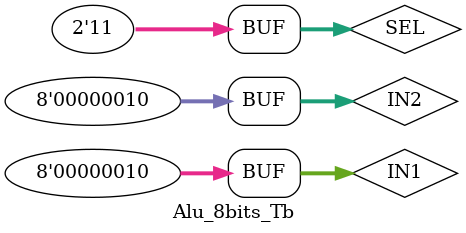
<source format=v>
`timescale 1ns/1ps

module Add_8bits(
   input wire [7:0] IN1,
   input wire [7:0] IN2,
   output wire [7:0] OUT);

assign OUT = IN1 + IN2;

endmodule

module Sub_8bits(
   input wire [7:0] IN1,
   input wire [7:0] IN2,
   output wire [7:0] OUT);

assign OUT = IN1 - IN2;

endmodule

module Mul_8bits(
   input wire [7:0] IN1,
   input wire [7:0] IN2,
   output wire [7:0] OUT);

assign OUT = IN1 * IN2;

endmodule

module Div_8bits(
   input wire [7:0] IN1,
   input wire [7:0] IN2,
   output wire [7:0] OUT);

assign OUT = IN1 / IN2;

endmodule

module Mux_4to1_8bits(
   output reg [7:0] OUT,
   input wire [1:0] SEL,
   input wire [7:0] IN1,
   input wire [7:0] IN2,
   input wire [7:0] IN3,
   input wire [7:0] IN4
);

always @(*) begin
   case(SEL)
	2'b00: OUT <= IN1;
 	2'b01: OUT <= IN2;
	2'b10: OUT <= IN3;
 	2'b11: OUT <= IN4;
	default : OUT <= 8'd0;
   endcase
end

endmodule

module Alu_8bits(
   output wire [7:0] RESULT,
   input  wire [1:0] OPERATION, //0:ADD, 1:SUM, 2:MUL, 3:DIV
   input  wire [7:0] OPERAND1,
   input  wire [7:0] OPERAND2);

wire [7:0] add_out, sub_out, mul_out, div_out;

Add_8bits add_8bits(.IN1(OPERAND1), . IN2(OPERAND2), .OUT(add_out));
Sub_8bits sub_8bits(.IN1(OPERAND1), . IN2(OPERAND2), .OUT(sub_out));
Mul_8bits mul_8bits(.IN1(OPERAND1), . IN2(OPERAND2), .OUT(mul_out));
Div_8bits div_8bits(.IN1(OPERAND1), . IN2(OPERAND2), .OUT(div_out));

Mux_4to1_8bits mux_8bits(
    .OUT(RESULT),
    .SEL(OPERATION),
    .IN1(add_out),
    .IN2(sub_out),
    .IN3(mul_out),
    .IN4(div_out));
endmodule

module Alu_8bits_Tb;

reg [1:0] SEL;
reg [7:0] IN1, IN2;
wire [7:0] OUT;

initial begin 
   #0 SEL = 2'b00;
   #10 SEL = 2'b01;
   #10 SEL = 2'b10;
   #10 SEL = 2'b11;
end

initial begin
   #0 IN1 <= 8'd2;
end

initial begin
   #0 IN2 <= 8'd2;
end

Alu_8bits U0 (.OPERATION(SEL), .OPERAND1(IN1), .OPERAND2(IN2), .RESULT(OUT));

endmodule
</source>
